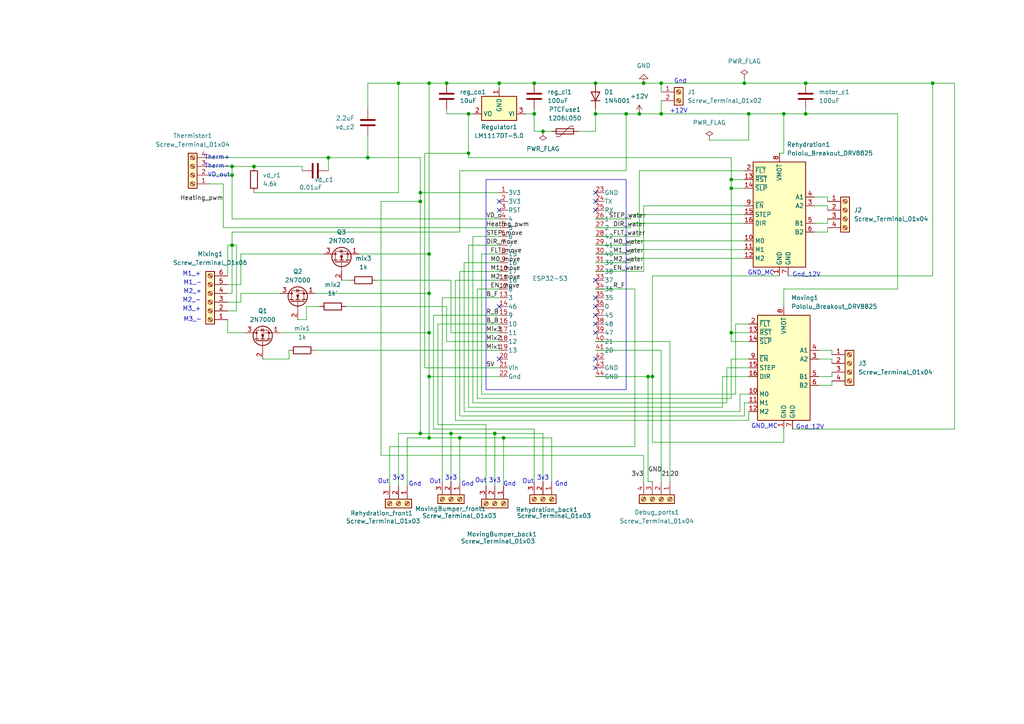
<source format=kicad_sch>
(kicad_sch (version 20250114) (generator "eeschema") (generator_version "9.0")
  (paper "A4")
  (title_block (title "PCB Schematic for Wet-Dry Cycling") (date "2025-05-14") (rev "V2.2"))
  (lib_symbols
    (symbol "Connector:Screw_Terminal_01x02" (pin_names (offset 1.016) (hide yes))
      (property "Reference" "J" (at 0 2.54 0))
      (property "Value" "Screw_Terminal_01x02" (at 0 -5.08 0))
      (symbol "Screw_Terminal_01x02_1_1"
        (rectangle (start -1.27 1.27) (end 1.27 -3.81) (stroke (width 0.254)) (fill (type background)))
        (polyline (pts (xy -0.5334 0.3302) (xy 0.3302 -0.508)) (stroke (width 0.1524)))
        (polyline (pts (xy -0.5334 -2.2098) (xy 0.3302 -3.048)) (stroke (width 0.1524)))
        (polyline (pts (xy -0.3556 0.508) (xy 0.508 -0.3302)) (stroke (width 0.1524)))
        (polyline (pts (xy -0.3556 -2.032) (xy 0.508 -2.8702)) (stroke (width 0.1524)))
        (circle (center 0 0) (radius 0.635) (stroke (width 0.1524)))
        (circle (center 0 -2.54) (radius 0.635) (stroke (width 0.1524)))
        (pin passive line (at -5.08 0 0) (length 3.81) (name "Pin_1") (number "1"))
        (pin passive line (at -5.08 -2.54 0) (length 3.81) (name "Pin_2") (number "2"))
      )
    )
    (symbol "Connector:Screw_Terminal_01x03" (pin_names (offset 1.016) (hide yes))
      (property "Reference" "J" (at 0 5.08 0))
      (property "Value" "Screw_Terminal_01x03" (at 0 -5.08 0))
      (symbol "Screw_Terminal_01x03_1_1"
        (rectangle (start -1.27 3.81) (end 1.27 -3.81) (stroke (width 0.254)) (fill (type background)))
        (polyline (pts (xy -0.5334 2.8702) (xy 0.3302 2.032)) (stroke (width 0.1524)))
        (polyline (pts (xy -0.5334 0.3302) (xy 0.3302 -0.508)) (stroke (width 0.1524)))
        (polyline (pts (xy -0.5334 -2.2098) (xy 0.3302 -3.048)) (stroke (width 0.1524)))
        (polyline (pts (xy -0.3556 3.048) (xy 0.508 2.2098)) (stroke (width 0.1524)))
        (polyline (pts (xy -0.3556 0.508) (xy 0.508 -0.3302)) (stroke (width 0.1524)))
        (polyline (pts (xy -0.3556 -2.032) (xy 0.508 -2.8702)) (stroke (width 0.1524)))
        (circle (center 0 2.54) (radius 0.635) (stroke (width 0.1524)))
        (circle (center 0 0) (radius 0.635) (stroke (width 0.1524)))
        (circle (center 0 -2.54) (radius 0.635) (stroke (width 0.1524)))
        (pin passive line (at -5.08 2.54 0) (length 3.81) (name "Pin_1") (number "1"))
        (pin passive line (at -5.08 0 0) (length 3.81) (name "Pin_2") (number "2"))
        (pin passive line (at -5.08 -2.54 0) (length 3.81) (name "Pin_3") (number "3"))
      )
    )
    (symbol "Connector:Screw_Terminal_01x04" (pin_names (offset 1.016) (hide yes))
      (property "Reference" "J" (at 0 5.08 0))
      (property "Value" "Screw_Terminal_01x04" (at 0 -7.62 0))
      (symbol "Screw_Terminal_01x04_1_1"
        (rectangle (start -1.27 3.81) (end 1.27 -6.35) (stroke (width 0.254)) (fill (type background)))
        (polyline (pts (xy -0.5334 2.8702) (xy 0.3302 2.032)) (stroke (width 0.1524)))
        (polyline (pts (xy -0.5334 0.3302) (xy 0.3302 -0.508)) (stroke (width 0.1524)))
        (polyline (pts (xy -0.5334 -2.2098) (xy 0.3302 -3.048)) (stroke (width 0.1524)))
        (polyline (pts (xy -0.5334 -4.7498) (xy 0.3302 -5.588)) (stroke (width 0.1524)))
        (polyline (pts (xy -0.3556 3.048) (xy 0.508 2.2098)) (stroke (width 0.1524)))
        (polyline (pts (xy -0.3556 0.508) (xy 0.508 -0.3302)) (stroke (width 0.1524)))
        (polyline (pts (xy -0.3556 -2.032) (xy 0.508 -2.8702)) (stroke (width 0.1524)))
        (polyline (pts (xy -0.3556 -4.572) (xy 0.508 -5.4102)) (stroke (width 0.1524)))
        (circle (center 0 2.54) (radius 0.635) (stroke (width 0.1524)))
        (circle (center 0 0) (radius 0.635) (stroke (width 0.1524)))
        (circle (center 0 -2.54) (radius 0.635) (stroke (width 0.1524)))
        (circle (center 0 -5.08) (radius 0.635) (stroke (width 0.1524)))
        (pin passive line (at -5.08 2.54 0) (length 3.81) (name "Pin_1") (number "1"))
        (pin passive line (at -5.08 0 0) (length 3.81) (name "Pin_2") (number "2"))
        (pin passive line (at -5.08 -2.54 0) (length 3.81) (name "Pin_3") (number "3"))
        (pin passive line (at -5.08 -5.08 0) (length 3.81) (name "Pin_4") (number "4"))
      )
    )
    (symbol "Connector:Screw_Terminal_01x06" (pin_names (offset 1.016) (hide yes))
      (property "Reference" "J" (at 0 7.62 0))
      (property "Value" "Screw_Terminal_01x06" (at 0 -10.16 0))
      (symbol "Screw_Terminal_01x06_1_1"
        (rectangle (start -1.27 6.35) (end 1.27 -8.89) (stroke (width 0.254)) (fill (type background)))
        (polyline (pts (xy -0.5334 5.4102) (xy 0.3302 4.572)) (stroke (width 0.1524)))
        (polyline (pts (xy -0.5334 2.8702) (xy 0.3302 2.032)) (stroke (width 0.1524)))
        (polyline (pts (xy -0.5334 0.3302) (xy 0.3302 -0.508)) (stroke (width 0.1524)))
        (polyline (pts (xy -0.5334 -2.2098) (xy 0.3302 -3.048)) (stroke (width 0.1524)))
        (polyline (pts (xy -0.5334 -4.7498) (xy 0.3302 -5.588)) (stroke (width 0.1524)))
        (polyline (pts (xy -0.5334 -7.2898) (xy 0.3302 -8.128)) (stroke (width 0.1524)))
        (polyline (pts (xy -0.3556 5.588) (xy 0.508 4.7498)) (stroke (width 0.1524)))
        (polyline (pts (xy -0.3556 3.048) (xy 0.508 2.2098)) (stroke (width 0.1524)))
        (polyline (pts (xy -0.3556 0.508) (xy 0.508 -0.3302)) (stroke (width 0.1524)))
        (polyline (pts (xy -0.3556 -2.032) (xy 0.508 -2.8702)) (stroke (width 0.1524)))
        (polyline (pts (xy -0.3556 -4.572) (xy 0.508 -5.4102)) (stroke (width 0.1524)))
        (polyline (pts (xy -0.3556 -7.112) (xy 0.508 -7.9502)) (stroke (width 0.1524)))
        (circle (center 0 5.08) (radius 0.635) (stroke (width 0.1524)))
        (circle (center 0 2.54) (radius 0.635) (stroke (width 0.1524)))
        (circle (center 0 0) (radius 0.635) (stroke (width 0.1524)))
        (circle (center 0 -2.54) (radius 0.635) (stroke (width 0.1524)))
        (circle (center 0 -5.08) (radius 0.635) (stroke (width 0.1524)))
        (circle (center 0 -7.62) (radius 0.635) (stroke (width 0.1524)))
        (pin passive line (at -5.08 5.08 0) (length 3.81) (name "Pin_1") (number "1"))
        (pin passive line (at -5.08 2.54 0) (length 3.81) (name "Pin_2") (number "2"))
        (pin passive line (at -5.08 0 0) (length 3.81) (name "Pin_3") (number "3"))
        (pin passive line (at -5.08 -2.54 0) (length 3.81) (name "Pin_4") (number "4"))
        (pin passive line (at -5.08 -5.08 0) (length 3.81) (name "Pin_5") (number "5"))
        (pin passive line (at -5.08 -7.62 0) (length 3.81) (name "Pin_6") (number "6"))
      )
    )
    (symbol "Device:C" (pin_numbers (hide yes)) (pin_names (offset 0.254))
      (property "Reference" "C" (at 0.635 2.54 0))
      (property "Value" "C" (at 0.635 -2.54 0))
      (symbol "C_0_1"
        (polyline (pts (xy -2.032 0.762) (xy 2.032 0.762)) (stroke (width 0.508)))
        (polyline (pts (xy -2.032 -0.762) (xy 2.032 -0.762)) (stroke (width 0.508)))
      )
      (symbol "C_1_1"
        (pin passive line (at 0 3.81 270) (length 2.794) (name "~") (number "1"))
        (pin passive line (at 0 -3.81 90) (length 2.794) (name "~") (number "2"))
      )
    )
    (symbol "Device:Polyfuse" (pin_numbers (hide yes)) (pin_names (offset 0))
      (property "Reference" "F" (at -2.54 0 90))
      (property "Value" "Polyfuse" (at 2.54 0 90))
      (symbol "Polyfuse_0_1"
        (polyline (pts (xy -1.524 2.54) (xy -1.524 1.524) (xy 1.524 -1.524) (xy 1.524 -2.54)))
        (rectangle (start -0.762 2.54) (end 0.762 -2.54) (stroke (width 0.254)))
        (polyline (pts (xy 0 2.54) (xy 0 -2.54)))
      )
      (symbol "Polyfuse_1_1"
        (pin passive line (at 0 3.81 270) (length 1.27) (name "~") (number "1"))
        (pin passive line (at 0 -3.81 90) (length 1.27) (name "~") (number "2"))
      )
    )
    (symbol "Device:R" (pin_numbers (hide yes)) (pin_names (offset 0))
      (property "Reference" "R" (at 2.032 0 90))
      (property "Value" "R" (at 0 0 90))
      (symbol "R_0_1"
        (rectangle (start -1.016 -2.54) (end 1.016 2.54) (stroke (width 0.254)))
      )
      (symbol "R_1_1"
        (pin passive line (at 0 3.81 270) (length 1.27) (name "~") (number "1"))
        (pin passive line (at 0 -3.81 90) (length 1.27) (name "~") (number "2"))
      )
    )
    (symbol "Diode:1N4001" (pin_numbers (hide yes)) (pin_names (hide yes))
      (property "Reference" "D" (at 0 2.54 0))
      (property "Value" "1N4001" (at 0 -2.54 0))
      (symbol "1N4001_0_1"
        (polyline (pts (xy -1.27 1.27) (xy -1.27 -1.27)) (stroke (width 0.254)))
        (polyline (pts (xy 1.27 1.27) (xy 1.27 -1.27) (xy -1.27 0) (xy 1.27 1.27)) (stroke (width 0.254)))
        (polyline (pts (xy 1.27 0) (xy -1.27 0)))
      )
      (symbol "1N4001_1_1"
        (pin passive line (at -3.81 0 0) (length 2.54) (name "K") (number "1"))
        (pin passive line (at 3.81 0 180) (length 2.54) (name "A") (number "2"))
      )
    )
    (symbol "Driver_Motor:Pololu_Breakout_DRV8825"
      (property "Reference" "A" (at -2.54 16.51 0))
      (property "Value" "Pololu_Breakout_DRV8825" (at -2.54 13.97 0))
      (symbol "Pololu_Breakout_DRV8825_0_1"
        (rectangle (start 7.62 -17.78) (end -7.62 12.7) (stroke (width 0.254)) (fill (type background)))
      )
      (symbol "Pololu_Breakout_DRV8825_1_1"
        (pin output line (at -10.16 10.16 0) (length 2.54) (name "~{FLT}") (number "2"))
        (pin input line (at -10.16 7.62 0) (length 2.54) (name "~{RST}") (number "13"))
        (pin input line (at -10.16 5.08 0) (length 2.54) (name "~{SLP}") (number "14"))
        (pin input line (at -10.16 0 0) (length 2.54) (name "~{EN}") (number "9"))
        (pin input line (at -10.16 -2.54 0) (length 2.54) (name "STEP") (number "15"))
        (pin input line (at -10.16 -5.08 0) (length 2.54) (name "DIR") (number "16"))
        (pin input line (at -10.16 -10.16 0) (length 2.54) (name "M0") (number "10"))
        (pin input line (at -10.16 -12.7 0) (length 2.54) (name "M1") (number "11"))
        (pin input line (at -10.16 -15.24 0) (length 2.54) (name "M2") (number "12"))
        (pin power_in line (at 0 15.24 270) (length 2.54) (name "VMOT") (number "8"))
        (pin power_in line (at 0 -20.32 90) (length 2.54) (name "GND") (number "1"))
        (pin power_in line (at 2.54 -20.32 90) (length 2.54) (name "GND") (number "7"))
        (pin output line (at 10.16 2.54 180) (length 2.54) (name "A1") (number "4"))
        (pin output line (at 10.16 0 180) (length 2.54) (name "A2") (number "3"))
        (pin output line (at 10.16 -5.08 180) (length 2.54) (name "B1") (number "5"))
        (pin output line (at 10.16 -7.62 180) (length 2.54) (name "B2") (number "6"))
      )
    )
    (symbol "Regulator_Linear:LM1117DT-5.0"
      (property "Reference" "U" (at -3.81 3.175 0))
      (property "Value" "LM1117DT-5.0" (at 0 3.175 0))
      (symbol "LM1117DT-5.0_0_1"
        (rectangle (start -5.08 -5.08) (end 5.08 1.905) (stroke (width 0.254)) (fill (type background)))
      )
      (symbol "LM1117DT-5.0_1_1"
        (pin power_in line (at -7.62 0 0) (length 2.54) (name "VI") (number "3"))
        (pin power_in line (at 0 -7.62 90) (length 2.54) (name "GND") (number "1"))
        (pin power_out line (at 7.62 0 180) (length 2.54) (name "VO") (number "2"))
      )
    )
    (symbol "Transistor_FET:2N7000" (pin_names (hide yes))
      (property "Reference" "Q" (at 5.08 1.905 0))
      (property "Value" "2N7000" (at 5.08 0 0))
      (symbol "2N7000_0_1"
        (polyline (pts (xy 0.254 1.905) (xy 0.254 -1.905)) (stroke (width 0.254)))
        (polyline (pts (xy 0.254 0) (xy -2.54 0)))
        (polyline (pts (xy 0.762 2.286) (xy 0.762 1.27)) (stroke (width 0.254)))
        (polyline (pts (xy 0.762 0.508) (xy 0.762 -0.508)) (stroke (width 0.254)))
        (polyline (pts (xy 0.762 -1.27) (xy 0.762 -2.286)) (stroke (width 0.254)))
        (polyline (pts (xy 0.762 -1.778) (xy 3.302 -1.778) (xy 3.302 1.778) (xy 0.762 1.778)))
        (polyline (pts (xy 1.016 0) (xy 2.032 0.381) (xy 2.032 -0.381) (xy 1.016 0)) (fill (type outline)))
        (circle (center 1.651 0) (radius 2.794) (stroke (width 0.254)))
        (polyline (pts (xy 2.54 2.54) (xy 2.54 1.778)))
        (circle (center 2.54 1.778) (radius 0.254) (fill (type outline)))
        (circle (center 2.54 -1.778) (radius 0.254) (fill (type outline)))
        (polyline (pts (xy 2.54 -2.54) (xy 2.54 0) (xy 0.762 0)))
        (polyline (pts (xy 2.794 0.508) (xy 2.921 0.381) (xy 3.683 0.381) (xy 3.81 0.254)))
        (polyline (pts (xy 3.302 0.381) (xy 2.921 -0.254) (xy 3.683 -0.254) (xy 3.302 0.381)))
      )
      (symbol "2N7000_1_1"
        (pin input line (at -5.08 0 0) (length 2.54) (name "G") (number "2"))
        (pin passive line (at 2.54 5.08 270) (length 2.54) (name "D") (number "3"))
        (pin passive line (at 2.54 -5.08 90) (length 2.54) (name "S") (number "1"))
      )
    )
    (symbol "power:+12V" (power) (pin_numbers (hide yes)) (pin_names (offset 0) (hide yes))
      (property "Value" "+12V" (at 0 3.556 0))
      (symbol "+12V_0_1"
        (polyline (pts (xy -0.762 1.27) (xy 0 2.54)))
        (polyline (pts (xy 0 2.54) (xy 0.762 1.27)))
        (polyline (pts (xy 0 0) (xy 0 2.54)))
      )
      (symbol "+12V_1_1"
        (pin power_in line (at 0 0 90) (length 0) (name "~") (number "1"))
      )
    )
    (symbol "power:GND" (power) (pin_numbers (hide yes)) (pin_names (offset 0) (hide yes))
      (property "Value" "GND" (at 0 -3.81 0))
      (symbol "GND_0_1"
        (polyline (pts (xy 0 0) (xy 0 -1.27) (xy 1.27 -1.27) (xy 0 -2.54) (xy -1.27 -1.27) (xy 0 -1.27)))
      )
      (symbol "GND_1_1"
        (pin power_in line (at 0 0 270) (length 0) (name "~") (number "1"))
      )
    )
    (symbol "power:PWR_FLAG" (power) (pin_numbers (hide yes)) (pin_names (offset 0) (hide yes))
      (property "Value" "PWR_FLAG" (at 0 3.81 0))
      (symbol "PWR_FLAG_0_0"
        (pin power_out line (at 0 0 90) (length 0) (name "~") (number "1"))
      )
      (symbol "PWR_FLAG_0_1"
        (polyline (pts (xy 0 0) (xy 0 1.27) (xy -1.016 1.905) (xy 0 2.54) (xy 1.016 1.905) (xy 0 1.27)))
      )
    )
    (symbol "symbol_libraru:ESP32-S3_DevKitC_dual_header" (pin_names (offset 0.0645))
      (property "Reference" "U" (at 0 0 0))
      (symbol "ESP32-S3_DevKitC_dual_header_1_0"
        (pin bidirectional line (at 0 -5.08 0) (length 2.54) (name "RST") (number "3"))
        (pin bidirectional line (at 0 -7.62 0) (length 2.54) (name "4") (number "4"))
        (pin bidirectional line (at 0 -10.16 0) (length 2.54) (name "5") (number "5"))
        (pin bidirectional line (at 0 -12.7 0) (length 2.54) (name "6") (number "6"))
        (pin bidirectional line (at 0 -15.24 0) (length 2.54) (name "7") (number "7"))
        (pin bidirectional line (at 0 -17.78 0) (length 2.54) (name "15") (number "8"))
        (pin bidirectional line (at 0 -20.32 0) (length 2.54) (name "16") (number "9"))
        (pin bidirectional line (at 0 -22.86 0) (length 2.54) (name "17") (number "10"))
        (pin bidirectional line (at 0 -25.4 0) (length 2.54) (name "18") (number "11"))
        (pin bidirectional line (at 0 -27.94 0) (length 2.54) (name "8") (number "12"))
        (pin bidirectional line (at 0 -30.48 0) (length 2.54) (name "3") (number "13"))
        (pin bidirectional line (at 0 -33.02 0) (length 2.54) (name "46") (number "14"))
        (pin bidirectional line (at 0 -35.56 0) (length 2.54) (name "9") (number "15"))
        (pin bidirectional line (at 0 -38.1 0) (length 2.54) (name "10") (number "16"))
        (pin bidirectional line (at 0 -40.64 0) (length 2.54) (name "11") (number "17"))
        (pin bidirectional line (at 0 -43.18 0) (length 2.54) (name "12") (number "18"))
        (pin bidirectional line (at 0 -45.72 0) (length 2.54) (name "13") (number "19"))
        (pin bidirectional line (at 0 -48.26 0) (length 2.54) (name "") (number "20"))
        (pin bidirectional line (at 0 -50.8 0) (length 2.54) (name "Vin") (number "21"))
        (pin bidirectional line (at 0 -53.34 0) (length 2.54) (name "Gnd") (number "22"))
        (pin bidirectional line (at 27.94 0 0) (length 2.54) (name "GND") (number "23"))
        (pin bidirectional line (at 27.94 -2.54 0) (length 2.54) (name "TX") (number "24"))
        (pin bidirectional line (at 27.94 -5.08 0) (length 2.54) (name "RX") (number "25"))
        (pin bidirectional line (at 27.94 -7.62 0) (length 2.54) (name "1") (number "26"))
        (pin bidirectional line (at 27.94 -10.16 0) (length 2.54) (name "2") (number "27"))
        (pin bidirectional line (at 27.94 -12.7 0) (length 2.54) (name "42") (number "28"))
        (pin bidirectional line (at 27.94 -15.24 0) (length 2.54) (name "41") (number "29"))
        (pin bidirectional line (at 27.94 -17.78 0) (length 2.54) (name "40") (number "30"))
        (pin bidirectional line (at 27.94 -20.32 0) (length 2.54) (name "39") (number "31"))
        (pin bidirectional line (at 27.94 -22.86 0) (length 2.54) (name "38") (number "32"))
        (pin bidirectional line (at 27.94 -25.4 0) (length 2.54) (name "37") (number "33"))
        (pin bidirectional line (at 27.94 -27.94 0) (length 2.54) (name "36") (number "34"))
        (pin bidirectional line (at 27.94 -30.48 0) (length 2.54) (name "35") (number "35"))
        (pin bidirectional line (at 27.94 -33.02 0) (length 2.54) (name "0") (number "36"))
        (pin bidirectional line (at 27.94 -35.56 0) (length 2.54) (name "45") (number "37"))
        (pin bidirectional line (at 27.94 -38.1 0) (length 2.54) (name "48") (number "38"))
        (pin bidirectional line (at 27.94 -40.64 0) (length 2.54) (name "47") (number "39"))
        (pin bidirectional line (at 27.94 -43.18 0) (length 2.54) (name "21") (number "40"))
        (pin bidirectional line (at 27.94 -45.72 0) (length 2.54) (name "20") (number "41"))
        (pin bidirectional line (at 27.94 -48.26 0) (length 2.54) (name "") (number "42"))
        (pin bidirectional line (at 27.94 -50.8 0) (length 2.54) (name "GND") (number "43"))
        (pin bidirectional line (at 27.94 -53.34 0) (length 2.54) (name "GND") (number "44"))
      )
      (symbol "ESP32-S3_DevKitC_dual_header_1_1"
        (pin bidirectional line (at 0 0 0) (length 2.54) (name "3V3") (number "1"))
        (pin bidirectional line (at 0 -2.54 0) (length 2.54) (name "3V3") (number "2"))
      )
    )
  )
  (rectangle (start 140.97 52.07) (end 140.97 52.07))
  (rectangle (start 140.97 52.07) (end 181.61 113.03))
  (text "Out" (at 139.446 139.446 0) (effects (font (size 1.27 1.27))))
  (text "3v3" (at 115.57 138.684 0) (effects (font (size 1.27 1.27))))
  (text "M2_-" (at 55.626 87.122 0) (effects (font (size 1.27 1.27))))
  (text "Gnd_12V" (at 233.934 79.756 0) (effects (font (size 1.27 1.27))))
  (text "Gnd" (at 147.828 140.462 0) (effects (font (size 1.27 1.27))))
  (text "Gnd" (at 120.396 140.462 0) (effects (font (size 1.27 1.27))))
  (text "Therm-" (at 62.992 48.26 0) (effects (font (size 1.27 1.27))))
  (text "Out" (at 111.252 139.7 0) (effects (font (size 1.27 1.27))))
  (text "+12V" (at 196.85 32.258 0) (effects (font (size 1.27 1.27))))
  (text "GND_MC" (at 221.742 123.698 0) (effects (font (size 1.27 1.27))))
  (text "M1_+" (at 55.626 79.502 0) (effects (font (size 1.27 1.27))))
  (text "GND_MC" (at 220.726 79.248 0) (effects (font (size 1.27 1.27))))
  (text "3v3" (at 157.48 138.684 0) (effects (font (size 1.27 1.27))))
  (text "Out" (at 153.162 139.7 0) (effects (font (size 1.27 1.27))))
  (text "Gnd" (at 197.358 23.622 0) (effects (font (size 1.27 1.27))))
  (text "M2_+" (at 55.88 84.582 0) (effects (font (size 1.27 1.27))))
  (text "M1_-" (at 55.88 82.042 0) (effects (font (size 1.27 1.27))))
  (text "Out" (at 126.238 139.7 0) (effects (font (size 1.27 1.27))))
  (text "M3_-" (at 55.88 92.71 0) (effects (font (size 1.27 1.27))))
  (text "3v3" (at 143.51 139.446 0) (effects (font (size 1.27 1.27))))
  (text "M3_+" (at 55.626 89.662 0) (effects (font (size 1.27 1.27))))
  (text "Gnd" (at 162.814 140.462 0) (effects (font (size 1.27 1.27))))
  (text "Therm+" (at 62.992 45.72 0) (effects (font (size 1.27 1.27))))
  (text "Gnd" (at 135.636 140.462 0) (effects (font (size 1.27 1.27))))
  (text "Gnd_12V" (at 234.95 123.952 0) (effects (font (size 1.27 1.27))))
  (text "VD_out" (at 63.5 50.8 0) (effects (font (size 1.27 1.27))))
  (text "3v3" (at 130.81 138.684 0) (effects (font (size 1.27 1.27))))
  (junction (at 146.05 127))
  (junction (at 135.89 44.45))
  (junction (at 129.54 24.13))
  (junction (at 124.46 85.09))
  (junction (at 186.69 24.13))
  (junction (at 67.31 71.12))
  (junction (at 67.31 48.26))
  (junction (at 133.35 127))
  (junction (at 124.46 127))
  (junction (at 124.46 24.13))
  (junction (at 185.42 33.02))
  (junction (at 172.72 24.13))
  (junction (at 154.94 33.02))
  (junction (at 154.94 24.13))
  (junction (at 217.17 33.02))
  (junction (at 181.61 33.02))
  (junction (at 67.31 50.8))
  (junction (at 73.66 48.26))
  (junction (at 115.57 24.13))
  (junction (at 121.92 58.42))
  (junction (at 124.46 109.22))
  (junction (at 233.68 24.13))
  (junction (at 189.23 109.22))
  (junction (at 212.09 52.07))
  (junction (at 191.77 33.02))
  (junction (at 233.68 33.02))
  (junction (at 215.9 24.13))
  (junction (at 187.96 109.22))
  (junction (at 157.48 38.1))
  (junction (at 130.81 125.73))
  (junction (at 172.72 33.02))
  (junction (at 191.77 24.13))
  (junction (at 143.51 125.73))
  (junction (at 95.25 45.72))
  (junction (at 270.51 24.13))
  (junction (at 121.92 125.73))
  (junction (at 121.92 55.88))
  (junction (at 124.46 73.66))
  (junction (at 106.68 45.72))
  (junction (at 135.89 33.02))
  (junction (at 212.09 96.52))
  (junction (at 212.09 54.61))
  (junction (at 227.33 33.02))
  (junction (at 144.78 24.13))
  (junction (at 124.46 96.52))
  (no_connect (at 172.72 86.36))
  (no_connect (at 144.78 60.96))
  (no_connect (at 172.72 88.9))
  (no_connect (at 172.72 55.88))
  (no_connect (at 144.78 58.42))
  (no_connect (at 172.72 58.42))
  (no_connect (at 172.72 106.68))
  (no_connect (at 144.78 104.14))
  (no_connect (at 172.72 60.96))
  (no_connect (at 144.78 88.9))
  (no_connect (at 172.72 96.52))
  (no_connect (at 172.72 93.98))
  (no_connect (at 172.72 81.28))
  (no_connect (at 172.72 91.44))
  (no_connect (at 172.72 104.14))
  (wire (pts (xy 172.72 66.04) (xy 182.88 66.04)))
  (wire (pts (xy 115.57 140.97) (xy 115.57 125.73)))
  (wire (pts (xy 73.66 48.26) (xy 87.63 48.26)))
  (wire (pts (xy 125.73 124.46) (xy 125.73 91.44)))
  (wire (pts (xy 217.17 104.14) (xy 212.09 104.14)))
  (wire (pts (xy 123.19 106.68) (xy 123.19 44.45)))
  (wire (pts (xy 67.31 67.31) (xy 133.35 67.31)))
  (wire (pts (xy 217.17 40.64) (xy 217.17 33.02)))
  (wire (pts (xy 129.54 24.13) (xy 144.78 24.13)))
  (wire (pts (xy 146.05 127) (xy 160.02 127)))
  (wire (pts (xy 67.31 71.12) (xy 67.31 67.31)))
  (wire (pts (xy 124.46 127) (xy 124.46 109.22)))
  (wire (pts (xy 154.94 139.7) (xy 154.94 124.46)))
  (wire (pts (xy 215.9 116.84) (xy 215.9 120.65)))
  (wire (pts (xy 157.48 38.1) (xy 160.02 38.1)))
  (wire (pts (xy 240.03 57.15) (xy 240.03 58.42)))
  (wire (pts (xy 60.96 53.34) (xy 64.77 53.34)))
  (wire (pts (xy 209.55 109.22) (xy 209.55 118.11)))
  (wire (pts (xy 210.82 116.84) (xy 137.16 116.84)))
  (wire (pts (xy 185.42 33.02) (xy 191.77 33.02)))
  (wire (pts (xy 229.87 124.46) (xy 276.86 124.46)))
  (wire (pts (xy 215.9 59.69) (xy 186.69 59.69)))
  (wire (pts (xy 270.51 24.13) (xy 270.51 80.01)))
  (wire (pts (xy 186.69 24.13) (xy 191.77 24.13)))
  (wire (pts (xy 129.54 88.9) (xy 129.54 99.06)))
  (wire (pts (xy 143.51 140.97) (xy 143.51 125.73)))
  (wire (pts (xy 184.15 83.82) (xy 184.15 129.54)))
  (wire (pts (xy 182.88 73.66) (xy 182.88 72.39)))
  (wire (pts (xy 130.81 81.28) (xy 130.81 96.52)))
  (wire (pts (xy 113.03 140.97) (xy 113.03 129.54)))
  (wire (pts (xy 172.72 24.13) (xy 186.69 24.13)))
  (wire (pts (xy 217.17 121.92) (xy 132.08 121.92)))
  (wire (pts (xy 241.3 111.76) (xy 241.3 110.49)))
  (wire (pts (xy 69.85 85.09) (xy 69.85 87.63)))
  (wire (pts (xy 139.7 73.66) (xy 139.7 114.3)))
  (wire (pts (xy 91.44 101.6) (xy 144.78 101.6)))
  (wire (pts (xy 144.78 63.5) (xy 67.31 63.5)))
  (wire (pts (xy 143.51 125.73) (xy 130.81 125.73)))
  (wire (pts (xy 217.17 116.84) (xy 215.9 116.84)))
  (wire (pts (xy 83.82 104.14) (xy 83.82 101.6)))
  (wire (pts (xy 215.9 54.61) (xy 212.09 54.61)))
  (wire (pts (xy 100.33 88.9) (xy 129.54 88.9)))
  (wire (pts (xy 67.31 48.26) (xy 67.31 50.8)))
  (wire (pts (xy 109.22 81.28) (xy 130.81 81.28)))
  (wire (pts (xy 186.69 132.08) (xy 110.49 132.08)))
  (wire (pts (xy 227.33 33.02) (xy 217.17 33.02)))
  (wire (pts (xy 241.3 101.6) (xy 241.3 102.87)))
  (wire (pts (xy 215.9 52.07) (xy 212.09 52.07)))
  (wire (pts (xy 214.63 119.38) (xy 134.62 119.38)))
  (wire (pts (xy 182.88 66.04) (xy 182.88 64.77)))
  (wire (pts (xy 115.57 125.73) (xy 121.92 125.73)))
  (wire (pts (xy 64.77 66.04) (xy 144.78 66.04)))
  (wire (pts (xy 215.9 49.53) (xy 185.42 49.53)))
  (wire (pts (xy 133.35 139.7) (xy 133.35 127)))
  (wire (pts (xy 135.89 118.11) (xy 135.89 71.12)))
  (wire (pts (xy 60.96 48.26) (xy 67.31 48.26)))
  (wire (pts (xy 133.35 49.53) (xy 181.61 49.53)))
  (wire (pts (xy 129.54 33.02) (xy 135.89 33.02)))
  (wire (pts (xy 67.31 48.26) (xy 73.66 48.26)))
  (wire (pts (xy 241.3 104.14) (xy 241.3 105.41)))
  (wire (pts (xy 81.28 96.52) (xy 124.46 96.52)))
  (wire (pts (xy 137.16 116.84) (xy 137.16 68.58)))
  (wire (pts (xy 217.17 99.06) (xy 212.09 99.06)))
  (wire (pts (xy 106.68 39.37) (xy 106.68 45.72)))
  (wire (pts (xy 182.88 71.12) (xy 182.88 69.85)))
  (wire (pts (xy 185.42 49.53) (xy 185.42 68.58)))
  (wire (pts (xy 191.77 101.6) (xy 191.77 139.7)))
  (wire (pts (xy 172.72 71.12) (xy 182.88 71.12)))
  (wire (pts (xy 205.74 40.64) (xy 217.17 40.64)))
  (wire (pts (xy 69.85 82.55) (xy 69.85 73.66)))
  (wire (pts (xy 215.9 72.39) (xy 182.88 72.39)))
  (wire (pts (xy 64.77 53.34) (xy 64.77 66.04)))
  (wire (pts (xy 132.08 81.28) (xy 144.78 81.28)))
  (wire (pts (xy 140.97 140.97) (xy 140.97 123.19)))
  (wire (pts (xy 167.64 38.1) (xy 172.72 38.1)))
  (wire (pts (xy 66.04 85.09) (xy 67.31 85.09)))
  (wire (pts (xy 236.22 67.31) (xy 240.03 67.31)))
  (wire (pts (xy 182.88 76.2) (xy 182.88 74.93)))
  (wire (pts (xy 128.27 86.36) (xy 128.27 139.7)))
  (wire (pts (xy 186.69 139.7) (xy 186.69 132.08)))
  (wire (pts (xy 139.7 73.66) (xy 144.78 73.66)))
  (wire (pts (xy 154.94 24.13) (xy 172.72 24.13)))
  (wire (pts (xy 66.04 71.12) (xy 66.04 80.01)))
  (wire (pts (xy 157.48 125.73) (xy 143.51 125.73)))
  (wire (pts (xy 110.49 132.08) (xy 110.49 58.42)))
  (wire (pts (xy 154.94 124.46) (xy 125.73 124.46)))
  (wire (pts (xy 127 93.98) (xy 144.78 93.98)))
  (wire (pts (xy 189.23 80.01) (xy 189.23 109.22)))
  (wire (pts (xy 130.81 139.7) (xy 130.81 125.73)))
  (wire (pts (xy 129.54 31.75) (xy 129.54 33.02)))
  (wire (pts (xy 124.46 85.09) (xy 124.46 96.52)))
  (wire (pts (xy 115.57 55.88) (xy 115.57 24.13)))
  (wire (pts (xy 187.96 109.22) (xy 189.23 109.22)))
  (wire (pts (xy 124.46 24.13) (xy 124.46 73.66)))
  (wire (pts (xy 130.81 125.73) (xy 121.92 125.73)))
  (wire (pts (xy 227.33 128.27) (xy 189.23 128.27)))
  (wire (pts (xy 123.19 44.45) (xy 135.89 44.45)))
  (wire (pts (xy 226.06 80.01) (xy 189.23 80.01)))
  (wire (pts (xy 60.96 50.8) (xy 67.31 50.8)))
  (wire (pts (xy 121.92 45.72) (xy 121.92 55.88)))
  (wire (pts (xy 212.09 96.52) (xy 212.09 99.06)))
  (wire (pts (xy 212.09 115.57) (xy 138.43 115.57)))
  (wire (pts (xy 172.72 38.1) (xy 172.72 33.02)))
  (wire (pts (xy 138.43 83.82) (xy 144.78 83.82)))
  (wire (pts (xy 88.9 88.9) (xy 88.9 92.71)))
  (wire (pts (xy 212.09 54.61) (xy 212.09 96.52)))
  (wire (pts (xy 92.71 88.9) (xy 88.9 88.9)))
  (wire (pts (xy 99.06 81.28) (xy 101.6 81.28)))
  (wire (pts (xy 66.04 90.17) (xy 68.58 90.17)))
  (wire (pts (xy 66.04 82.55) (xy 69.85 82.55)))
  (wire (pts (xy 60.96 45.72) (xy 95.25 45.72)))
  (wire (pts (xy 210.82 106.68) (xy 210.82 116.84)))
  (wire (pts (xy 146.05 140.97) (xy 146.05 127)))
  (wire (pts (xy 124.46 109.22) (xy 144.78 109.22)))
  (wire (pts (xy 172.72 33.02) (xy 181.61 33.02)))
  (wire (pts (xy 237.49 101.6) (xy 241.3 101.6)))
  (wire (pts (xy 81.28 85.09) (xy 69.85 85.09)))
  (wire (pts (xy 227.33 83.82) (xy 260.35 83.82)))
  (wire (pts (xy 212.09 45.72) (xy 212.09 52.07)))
  (wire (pts (xy 66.04 92.71) (xy 66.04 96.52)))
  (wire (pts (xy 67.31 85.09) (xy 67.31 71.12)))
  (wire (pts (xy 213.36 93.98) (xy 217.17 93.98)))
  (wire (pts (xy 217.17 114.3) (xy 214.63 114.3)))
  (wire (pts (xy 132.08 81.28) (xy 132.08 121.92)))
  (wire (pts (xy 237.49 111.76) (xy 241.3 111.76)))
  (wire (pts (xy 135.89 44.45) (xy 135.89 45.72)))
  (wire (pts (xy 69.85 87.63) (xy 66.04 87.63)))
  (wire (pts (xy 121.92 55.88) (xy 144.78 55.88)))
  (wire (pts (xy 182.88 64.77) (xy 215.9 64.77)))
  (wire (pts (xy 115.57 24.13) (xy 124.46 24.13)))
  (wire (pts (xy 137.16 68.58) (xy 144.78 68.58)))
  (wire (pts (xy 187.96 109.22) (xy 187.96 139.7)))
  (wire (pts (xy 182.88 63.5) (xy 182.88 62.23)))
  (wire (pts (xy 127 123.19) (xy 140.97 123.19)))
  (wire (pts (xy 172.72 68.58) (xy 185.42 68.58)))
  (wire (pts (xy 217.17 33.02) (xy 191.77 33.02)))
  (wire (pts (xy 95.25 45.72) (xy 106.68 45.72)))
  (wire (pts (xy 227.33 33.02) (xy 227.33 44.45)))
  (wire (pts (xy 144.78 25.4) (xy 144.78 24.13)))
  (wire (pts (xy 68.58 71.12) (xy 68.58 90.17)))
  (wire (pts (xy 128.27 86.36) (xy 144.78 86.36)))
  (wire (pts (xy 118.11 127) (xy 124.46 127)))
  (wire (pts (xy 87.63 48.26) (xy 87.63 49.53)))
  (wire (pts (xy 276.86 124.46) (xy 276.86 24.13)))
  (wire (pts (xy 172.72 31.75) (xy 172.72 33.02)))
  (wire (pts (xy 106.68 45.72) (xy 121.92 45.72)))
  (wire (pts (xy 95.25 45.72) (xy 95.25 49.53)))
  (wire (pts (xy 88.9 92.71) (xy 86.36 92.71)))
  (wire (pts (xy 270.51 24.13) (xy 276.86 24.13)))
  (wire (pts (xy 214.63 114.3) (xy 214.63 119.38)))
  (wire (pts (xy 172.72 73.66) (xy 182.88 73.66)))
  (wire (pts (xy 106.68 24.13) (xy 115.57 24.13)))
  (wire (pts (xy 227.33 88.9) (xy 227.33 83.82)))
  (wire (pts (xy 187.96 139.7) (xy 189.23 139.7)))
  (wire (pts (xy 133.35 78.74) (xy 144.78 78.74)))
  (wire (pts (xy 191.77 33.02) (xy 191.77 29.21)))
  (wire (pts (xy 260.35 83.82) (xy 260.35 33.02)))
  (wire (pts (xy 215.9 69.85) (xy 182.88 69.85)))
  (wire (pts (xy 135.89 118.11) (xy 209.55 118.11)))
  (wire (pts (xy 124.46 96.52) (xy 124.46 109.22)))
  (wire (pts (xy 139.7 114.3) (xy 213.36 114.3)))
  (wire (pts (xy 121.92 58.42) (xy 121.92 125.73)))
  (wire (pts (xy 215.9 120.65) (xy 133.35 120.65)))
  (wire (pts (xy 213.36 114.3) (xy 213.36 93.98)))
  (wire (pts (xy 186.69 59.69) (xy 186.69 78.74)))
  (wire (pts (xy 154.94 31.75) (xy 154.94 33.02)))
  (wire (pts (xy 127 123.19) (xy 127 93.98)))
  (wire (pts (xy 217.17 109.22) (xy 209.55 109.22)))
  (wire (pts (xy 215.9 62.23) (xy 182.88 62.23)))
  (wire (pts (xy 172.72 101.6) (xy 191.77 101.6)))
  (wire (pts (xy 67.31 71.12) (xy 68.58 71.12)))
  (wire (pts (xy 191.77 24.13) (xy 191.77 26.67)))
  (wire (pts (xy 135.89 33.02) (xy 135.89 44.45)))
  (wire (pts (xy 66.04 71.12) (xy 67.31 71.12)))
  (wire (pts (xy 135.89 33.02) (xy 137.16 33.02)))
  (wire (pts (xy 240.03 64.77) (xy 240.03 63.5)))
  (wire (pts (xy 236.22 59.69) (xy 240.03 59.69)))
  (wire (pts (xy 121.92 55.88) (xy 121.92 58.42)))
  (wire (pts (xy 212.09 52.07) (xy 212.09 54.61)))
  (wire (pts (xy 133.35 127) (xy 146.05 127)))
  (wire (pts (xy 104.14 73.66) (xy 124.46 73.66)))
  (wire (pts (xy 76.2 104.14) (xy 83.82 104.14)))
  (wire (pts (xy 172.72 63.5) (xy 182.88 63.5)))
  (wire (pts (xy 240.03 59.69) (xy 240.03 60.96)))
  (wire (pts (xy 217.17 119.38) (xy 217.17 121.92)))
  (wire (pts (xy 129.54 99.06) (xy 144.78 99.06)))
  (wire (pts (xy 240.03 67.31) (xy 240.03 66.04)))
  (wire (pts (xy 191.77 24.13) (xy 215.9 24.13)))
  (wire (pts (xy 227.33 124.46) (xy 227.33 128.27)))
  (wire (pts (xy 172.72 78.74) (xy 186.69 78.74)))
  (wire (pts (xy 118.11 140.97) (xy 118.11 127)))
  (wire (pts (xy 134.62 76.2) (xy 144.78 76.2)))
  (wire (pts (xy 154.94 38.1) (xy 157.48 38.1)))
  (wire (pts (xy 189.23 109.22) (xy 189.23 128.27)))
  (wire (pts (xy 73.66 55.88) (xy 115.57 55.88)))
  (wire (pts (xy 67.31 63.5) (xy 67.31 50.8)))
  (wire (pts (xy 233.68 31.75) (xy 233.68 33.02)))
  (wire (pts (xy 181.61 33.02) (xy 185.42 33.02)))
  (wire (pts (xy 260.35 33.02) (xy 233.68 33.02)))
  (wire (pts (xy 236.22 57.15) (xy 240.03 57.15)))
  (wire (pts (xy 184.15 83.82) (xy 172.72 83.82)))
  (wire (pts (xy 123.19 106.68) (xy 144.78 106.68)))
  (wire (pts (xy 124.46 24.13) (xy 129.54 24.13)))
  (wire (pts (xy 236.22 64.77) (xy 240.03 64.77)))
  (wire (pts (xy 227.33 44.45) (xy 226.06 44.45)))
  (wire (pts (xy 217.17 106.68) (xy 210.82 106.68)))
  (wire (pts (xy 237.49 109.22) (xy 241.3 109.22)))
  (wire (pts (xy 135.89 71.12) (xy 144.78 71.12)))
  (wire (pts (xy 91.44 85.09) (xy 124.46 85.09)))
  (wire (pts (xy 144.78 24.13) (xy 154.94 24.13)))
  (wire (pts (xy 181.61 49.53) (xy 181.61 33.02)))
  (wire (pts (xy 233.68 24.13) (xy 270.51 24.13)))
  (wire (pts (xy 215.9 22.86) (xy 215.9 24.13)))
  (wire (pts (xy 110.49 58.42) (xy 121.92 58.42)))
  (wire (pts (xy 138.43 115.57) (xy 138.43 83.82)))
  (wire (pts (xy 217.17 96.52) (xy 212.09 96.52)))
  (wire (pts (xy 154.94 38.1) (xy 154.94 33.02)))
  (wire (pts (xy 69.85 73.66) (xy 93.98 73.66)))
  (wire (pts (xy 106.68 31.75) (xy 106.68 24.13)))
  (wire (pts (xy 124.46 73.66) (xy 124.46 85.09)))
  (wire (pts (xy 113.03 129.54) (xy 184.15 129.54)))
  (wire (pts (xy 135.89 45.72) (xy 212.09 45.72)))
  (wire (pts (xy 172.72 76.2) (xy 182.88 76.2)))
  (wire (pts (xy 215.9 24.13) (xy 233.68 24.13)))
  (wire (pts (xy 133.35 78.74) (xy 133.35 120.65)))
  (wire (pts (xy 194.31 99.06) (xy 194.31 139.7)))
  (wire (pts (xy 241.3 109.22) (xy 241.3 107.95)))
  (wire (pts (xy 71.12 96.52) (xy 66.04 96.52)))
  (wire (pts (xy 172.72 99.06) (xy 194.31 99.06)))
  (wire (pts (xy 233.68 33.02) (xy 227.33 33.02)))
  (wire (pts (xy 125.73 91.44) (xy 144.78 91.44)))
  (wire (pts (xy 215.9 74.93) (xy 182.88 74.93)))
  (wire (pts (xy 160.02 139.7) (xy 160.02 127)))
  (wire (pts (xy 172.72 109.22) (xy 187.96 109.22)))
  (wire (pts (xy 130.81 96.52) (xy 144.78 96.52)))
  (wire (pts (xy 134.62 76.2) (xy 134.62 119.38)))
  (wire (pts (xy 212.09 104.14) (xy 212.09 115.57)))
  (wire (pts (xy 124.46 127) (xy 133.35 127)))
  (wire (pts (xy 228.6 80.01) (xy 270.51 80.01)))
  (wire (pts (xy 237.49 104.14) (xy 241.3 104.14)))
  (wire (pts (xy 152.4 33.02) (xy 154.94 33.02)))
  (wire (pts (xy 157.48 139.7) (xy 157.48 125.73)))
  (wire (pts (xy 133.35 67.31) (xy 133.35 49.53)))
  (label "M2_water" (at 177.8 76.2 0))
  (label "M0_water" (at 177.8 71.12 0))
  (label "Mix2" (at 140.97 99.06 0))
  (label "B_F" (at 140.97 86.36 0))
  (label "STEP_water" (at 176.53 63.5 0))
  (label "Mix1" (at 140.97 101.6 0))
  (label "DIR_move" (at 140.97 71.12 0))
  (label "Mix3" (at 140.97 96.52 0))
  (label "M1_move" (at 142.24 78.74 0))
  (label "Heating_pwm" (at 64.77 58.42 180))
  (label "R_F" (at 177.8 83.82 0))
  (label "M0_move" (at 142.24 76.2 0))
  (label "GND" (at 187.96 137.16 0))
  (label "20" (at 194.31 138.43 0))
  (label "Heating_pwm" (at 140.97 66.04 0))
  (label "5V" (at 140.97 106.68 0))
  (label "DIR_water" (at 177.8 66.04 0))
  (label "VD_o" (at 140.97 63.5 0))
  (label "EN_move" (at 142.24 83.82 0))
  (label "R_B" (at 140.97 91.44 0))
  (label "M2_move" (at 142.24 81.28 0))
  (label "B_B" (at 140.97 93.98 0))
  (label "FLT_water" (at 177.8 68.58 0))
  (label "EN_water" (at 177.8 78.74 0))
  (label "FLT_move" (at 142.24 73.66 0))
  (label "M1_water" (at 177.8 73.66 0))
  (label "21" (at 191.77 138.43 0))
  (label "STEP_move" (at 140.97 68.58 0))
  (label "3v3" (at 186.69 138.43 180))
  (symbol (lib_id "power:GND") (at 186.69 24.13 180) (unit 1)
    (property "Reference" "#PWR02" (effects (hide yes)))
    (property "Value" "GND" (at 186.69 19.05 0))
    (property "Description" "Power symbol creates a global label with name \"GND\" , ground" (effects (hide yes)))
  )
  (symbol (lib_id "Connector:Screw_Terminal_01x03") (at 130.81 144.78 270) (unit 1)
    (property "Reference" "MovingBumper_front1" (at 120.396 147.574 90) (effects (justify left)))
    (property "Value" "Screw_Terminal_01x03" (at 122.428 149.606 90) (effects (justify left)))
    (property "Footprint" "TerminalBlock:TerminalBlock_MaiXu_MX126-5.0-03P_1x03_P5.00mm" (effects (hide yes)))
    (property "Description" "Generic screw terminal, single row, 01x03, script generated (kicad-library-utils/schlib/autogen/connector/)" (effects (hide yes)))
  )
  (symbol (lib_id "Connector:Screw_Terminal_01x03") (at 115.57 146.05 270) (unit 1)
    (property "Reference" "Rehydration_front1" (at 101.6 148.844 90) (effects (justify left)))
    (property "Value" "Screw_Terminal_01x03" (at 100.33 151.13 90) (effects (justify left)))
    (property "Footprint" "TerminalBlock:TerminalBlock_MaiXu_MX126-5.0-03P_1x03_P5.00mm" (effects (hide yes)))
    (property "Description" "Generic screw terminal, single row, 01x03, script generated (kicad-library-utils/schlib/autogen/connector/)" (effects (hide yes)))
  )
  (symbol (lib_id "Transistor_FET:2N7000") (at 86.36 87.63 90) (unit 1)
    (property "Reference" "Q2" (at 86.36 78.74 90))
    (property "Value" "2N7000" (at 86.36 81.28 90))
    (property "Footprint" "Package_TO_SOT_THT:TO-92_Inline" (effects (hide yes)))
    (property "Datasheet" "https://www.vishay.com/docs/70226/70226.pdf" (effects (hide yes)))
    (property "Description" "0.2A Id, 200V Vds, N-Channel MOSFET, 2.6V Logic Level, TO-92" (effects (hide yes)))
  )
  (symbol (lib_id "power:+12V") (at 185.42 33.02 0) (unit 1)
    (property "Reference" "#PWR01" (effects (hide yes)))
    (property "Value" "+12V" (at 185.42 27.94 0))
    (property "Description" "Power symbol creates a global label with name \"+12V\"" (effects (hide yes)))
  )
  (symbol (lib_id "Device:R") (at 87.63 101.6 270) (unit 1)
    (property "Reference" "mix1" (at 87.63 95.25 90))
    (property "Value" "1k" (at 87.63 97.79 90))
    (property "Footprint" "Resistor_SMD:R_0805_2012Metric_Pad1.20x1.40mm_HandSolder" (effects (hide yes)))
    (property "Description" "Resistor" (effects (hide yes)))
  )
  (symbol (lib_id "Connector:Screw_Terminal_01x03") (at 157.48 144.78 270) (unit 1)
    (property "Reference" "Rehydration_back1" (at 149.606 147.828 90) (effects (justify left)))
    (property "Value" "Screw_Terminal_01x03" (at 149.86 149.606 90) (effects (justify left)))
    (property "Footprint" "TerminalBlock:TerminalBlock_MaiXu_MX126-5.0-03P_1x03_P5.00mm" (effects (hide yes)))
    (property "Description" "Generic screw terminal, single row, 01x03, script generated (kicad-library-utils/schlib/autogen/connector/)" (effects (hide yes)))
  )
  (symbol (lib_id "Regulator_Linear:LM1117DT-5.0") (at 144.78 33.02 180) (unit 1)
    (property "Reference" "Regulator1" (at 144.78 36.83 0))
    (property "Value" "LM1117DT-5.0" (at 144.78 39.37 0))
    (property "Footprint" "Package_TO_SOT_SMD:TO-252-3_TabPin2" (effects (hide yes)))
    (property "Datasheet" "http://www.ti.com/lit/ds/symlink/lm1117.pdf" (effects (hide yes)))
    (property "Description" "800mA Low-Dropout Linear Regulator, 5.0V fixed output, TO-252" (effects (hide yes)))
  )
  (symbol (lib_id "Device:R") (at 96.52 88.9 270) (unit 1)
    (property "Reference" "mix2" (at 96.52 82.55 90))
    (property "Value" "1k'" (at 96.52 85.09 90))
    (property "Footprint" "Resistor_SMD:R_0805_2012Metric_Pad1.20x1.40mm_HandSolder" (effects (hide yes)))
    (property "Description" "Resistor" (effects (hide yes)))
  )
  (symbol (lib_id "symbol_libraru:ESP32-S3_DevKitC_dual_header") (at 144.78 55.88 0) (unit 1)
    (property "Reference" "ESP32-S3" (at 154.432 80.772 0) (effects (justify left)))
    (property "Value" "~" (at 176.53 83.82 0) (effects (justify left)))
    (property "Footprint" "my_footprints:ESP32_DevKitC_Header_Mount" (effects (hide yes)))
  )
  (symbol (lib_id "Device:Polyfuse") (at 163.83 38.1 270) (unit 1)
    (property "Reference" "PTCFuse1" (at 163.83 31.75 90))
    (property "Value" "1206L050" (at 163.83 34.29 90))
    (property "Footprint" "Fuse:Fuse_1206_3216Metric_Pad1.42x1.75mm_HandSolder" (effects (hide yes)))
    (property "Description" "Resettable fuse, polymeric positive temperature coefficient" (effects (hide yes)))
  )
  (symbol (lib_id "Connector:Screw_Terminal_01x04") (at 55.88 50.8 180) (unit 1)
    (property "Reference" "Thermistor1" (at 55.88 39.37 0))
    (property "Value" "Screw_Terminal_01x04" (at 55.88 41.91 0))
    (property "Footprint" "TerminalBlock:TerminalBlock_MaiXu_MX126-5.0-04P_1x04_P5.00mm" (effects (hide yes)))
    (property "Description" "Generic screw terminal, single row, 01x04, script generated (kicad-library-utils/schlib/autogen/connector/)" (effects (hide yes)))
  )
  (symbol (lib_id "Driver_Motor:Pololu_Breakout_DRV8825") (at 227.33 104.14 0) (unit 1)
    (property "Reference" "Moving1" (at 229.4733 86.36 0) (effects (justify left)))
    (property "Value" "Pololu_Breakout_DRV8825" (at 229.4733 88.9 0) (effects (justify left)))
    (property "Footprint" "Module:Pololu_Breakout-16_15.2x20.3mm" (effects (hide yes)))
    (property "Datasheet" "https://www.pololu.com/product/2982" (effects (hide yes)))
    (property "Description" "Pololu Breakout Board, Stepper Driver DRV8825" (effects (hide yes)))
  )
  (symbol (lib_id "Device:C") (at 129.54 27.94 0) (unit 1)
    (property "Reference" "reg_co1" (at 133.35 26.6699 0) (effects (justify left)))
    (property "Value" "10uF" (at 133.35 29.2099 0) (effects (justify left)))
    (property "Footprint" "Capacitor_SMD:C_0805_2012Metric_Pad1.18x1.45mm_HandSolder" (effects (hide yes)))
    (property "Description" "Unpolarized capacitor" (effects (hide yes)))
  )
  (symbol (lib_id "power:PWR_FLAG") (at 205.74 40.64 0) (unit 1)
    (property "Reference" "#FLG01" (effects (hide yes)))
    (property "Value" "PWR_FLAG" (at 205.74 35.56 0))
    (property "Description" "Special symbol for telling ERC where power comes from" (effects (hide yes)))
  )
  (symbol (lib_id "Connector:Screw_Terminal_01x04") (at 246.38 105.41 0) (unit 1)
    (property "Reference" "J3" (at 248.92 105.4099 0) (effects (justify left)))
    (property "Value" "Screw_Terminal_01x04" (at 248.92 107.9499 0) (effects (justify left)))
    (property "Footprint" "TerminalBlock:TerminalBlock_MaiXu_MX126-5.0-04P_1x04_P5.00mm" (effects (hide yes)))
    (property "Description" "Generic screw terminal, single row, 01x04, script generated (kicad-library-utils/schlib/autogen/connector/)" (effects (hide yes)))
  )
  (symbol (lib_id "Device:R") (at 73.66 52.07 180) (unit 1)
    (property "Reference" "vd_r1" (at 76.2 50.7999 0) (effects (justify right)))
    (property "Value" "4.6k" (at 76.2 53.3399 0) (effects (justify right)))
    (property "Footprint" "Resistor_SMD:R_0805_2012Metric_Pad1.20x1.40mm_HandSolder" (effects (hide yes)))
    (property "Description" "Resistor" (effects (hide yes)))
  )
  (symbol (lib_id "power:PWR_FLAG") (at 215.9 22.86 0) (unit 1)
    (property "Reference" "#FLG02" (effects (hide yes)))
    (property "Value" "PWR_FLAG" (at 215.9 17.78 0))
    (property "Description" "Special symbol for telling ERC where power comes from" (effects (hide yes)))
  )
  (symbol (lib_id "Driver_Motor:Pololu_Breakout_DRV8825") (at 226.06 59.69 0) (unit 1)
    (property "Reference" "Rehydration1" (at 228.2033 41.91 0) (effects (justify left)))
    (property "Value" "Pololu_Breakout_DRV8825" (at 228.2033 44.45 0) (effects (justify left)))
    (property "Footprint" "Module:Pololu_Breakout-16_15.2x20.3mm" (effects (hide yes)))
    (property "Datasheet" "https://www.pololu.com/product/2982" (effects (hide yes)))
    (property "Description" "Pololu Breakout Board, Stepper Driver DRV8825" (effects (hide yes)))
  )
  (symbol (lib_id "Connector:Screw_Terminal_01x04") (at 191.77 144.78 270) (unit 1)
    (property "Reference" "Debug_ports1" (at 190.5 148.59 90))
    (property "Value" "Screw_Terminal_01x04" (at 190.5 151.13 90))
    (property "Footprint" "TerminalBlock:TerminalBlock_MaiXu_MX126-5.0-04P_1x04_P5.00mm" (effects (hide yes)))
    (property "Description" "Generic screw terminal, single row, 01x04, script generated (kicad-library-utils/schlib/autogen/connector/)" (effects (hide yes)))
  )
  (symbol (lib_id "Transistor_FET:2N7000") (at 99.06 76.2 90) (unit 1)
    (property "Reference" "Q3" (at 99.06 67.31 90))
    (property "Value" "2N7000" (at 99.06 69.85 90))
    (property "Footprint" "Package_TO_SOT_THT:TO-92_Inline" (effects (hide yes)))
    (property "Datasheet" "https://www.vishay.com/docs/70226/70226.pdf" (effects (hide yes)))
    (property "Description" "0.2A Id, 200V Vds, N-Channel MOSFET, 2.6V Logic Level, TO-92" (effects (hide yes)))
  )
  (symbol (lib_id "Connector:Screw_Terminal_01x04") (at 245.11 60.96 0) (unit 1)
    (property "Reference" "J2" (at 247.65 60.9599 0) (effects (justify left)))
    (property "Value" "Screw_Terminal_01x04" (at 247.65 63.4999 0) (effects (justify left)))
    (property "Footprint" "TerminalBlock:TerminalBlock_MaiXu_MX126-5.0-04P_1x04_P5.00mm" (effects (hide yes)))
    (property "Description" "Generic screw terminal, single row, 01x04, script generated (kicad-library-utils/schlib/autogen/connector/)" (effects (hide yes)))
  )
  (symbol (lib_id "Device:C") (at 154.94 27.94 0) (unit 1)
    (property "Reference" "reg_ci1" (at 158.75 26.6699 0) (effects (justify left)))
    (property "Value" "100uF" (at 158.75 29.2099 0) (effects (justify left)))
    (property "Footprint" "Capacitor_SMD:C_0805_2012Metric_Pad1.18x1.45mm_HandSolder" (effects (hide yes)))
    (property "Description" "Unpolarized capacitor" (effects (hide yes)))
  )
  (symbol (lib_id "Transistor_FET:2N7000") (at 76.2 99.06 90) (unit 1)
    (property "Reference" "Q1" (at 76.2 90.17 90))
    (property "Value" "2N7000" (at 76.2 92.71 90))
    (property "Footprint" "Package_TO_SOT_THT:TO-92_Inline" (effects (hide yes)))
    (property "Datasheet" "https://www.vishay.com/docs/70226/70226.pdf" (effects (hide yes)))
    (property "Description" "0.2A Id, 200V Vds, N-Channel MOSFET, 2.6V Logic Level, TO-92" (effects (hide yes)))
  )
  (symbol (lib_id "Connector:Screw_Terminal_01x06") (at 60.96 87.63 180) (unit 1)
    (property "Reference" "Mixing1" (at 60.96 73.66 0))
    (property "Value" "Screw_Terminal_01x06" (at 60.96 76.2 0))
    (property "Footprint" "TerminalBlock:TerminalBlock_MaiXu_MX126-5.0-06P_1x06_P5.00mm" (effects (hide yes)))
    (property "Description" "Generic screw terminal, single row, 01x06, script generated (kicad-library-utils/schlib/autogen/connector/)" (effects (hide yes)))
  )
  (symbol (lib_id "Connector:Screw_Terminal_01x03") (at 143.51 146.05 270) (unit 1)
    (property "Reference" "MovingBumper_back1" (at 135.382 154.94 90) (effects (justify left)))
    (property "Value" "Screw_Terminal_01x03" (at 133.604 156.972 90) (effects (justify left)))
    (property "Footprint" "TerminalBlock:TerminalBlock_MaiXu_MX126-5.0-03P_1x03_P5.00mm" (effects (hide yes)))
    (property "Description" "Generic screw terminal, single row, 01x03, script generated (kicad-library-utils/schlib/autogen/connector/)" (effects (hide yes)))
  )
  (symbol (lib_id "Connector:Screw_Terminal_01x02") (at 196.85 26.67 0) (unit 1)
    (property "Reference" "J1" (at 199.39 26.6699 0) (effects (justify left)))
    (property "Value" "Screw_Terminal_01x02" (at 199.39 29.2099 0) (effects (justify left)))
    (property "Footprint" "TerminalBlock:TerminalBlock_MaiXu_MX126-5.0-02P_1x02_P5.00mm" (effects (hide yes)))
    (property "Description" "Generic screw terminal, single row, 01x02, script generated (kicad-library-utils/schlib/autogen/connector/)" (effects (hide yes)))
  )
  (symbol (lib_id "Device:R") (at 105.41 81.28 270) (unit 1)
    (property "Reference" "mix3" (at 105.41 74.93 90))
    (property "Value" "1k" (at 105.41 77.47 90))
    (property "Footprint" "Resistor_SMD:R_0805_2012Metric_Pad1.20x1.40mm_HandSolder" (effects (hide yes)))
    (property "Description" "Resistor" (effects (hide yes)))
  )
  (symbol (lib_id "Device:C") (at 233.68 27.94 0) (unit 1)
    (property "Reference" "motor_c1" (at 237.49 26.6699 0) (effects (justify left)))
    (property "Value" "100uF" (at 237.49 29.2099 0) (effects (justify left)))
    (property "Footprint" "Capacitor_SMD:C_0805_2012Metric_Pad1.18x1.45mm_HandSolder" (effects (hide yes)))
    (property "Description" "Unpolarized capacitor" (effects (hide yes)))
  )
  (symbol (lib_id "Device:C") (at 91.44 49.53 90) (unit 1)
    (property "Reference" "vd_c1" (at 96.774 52.07 90) (effects (justify left)))
    (property "Value" "0.01uF" (at 93.472 54.356 90) (effects (justify left)))
    (property "Footprint" "Capacitor_SMD:C_0805_2012Metric_Pad1.18x1.45mm_HandSolder" (effects (hide yes)))
    (property "Description" "Unpolarized capacitor" (effects (hide yes)))
  )
  (symbol (lib_id "Diode:1N4001") (at 172.72 27.94 90) (unit 1)
    (property "Reference" "D1" (at 175.26 26.6699 90) (effects (justify right)))
    (property "Value" "1N4001" (at 175.26 29.2099 90) (effects (justify right)))
    (property "Footprint" "Diode_THT:D_DO-41_SOD81_P10.16mm_Horizontal" (effects (hide yes)))
    (property "Datasheet" "http://www.vishay.com/docs/88503/1n4001.pdf" (effects (hide yes)))
    (property "Description" "50V 1A General Purpose Rectifier Diode, DO-41" (effects (hide yes)))
    (property "Sim.Device" "D" (effects (hide yes)))
    (property "Sim.Pins" "1=K 2=A" (effects (hide yes)))
  )
  (symbol (lib_id "power:PWR_FLAG") (at 157.48 38.1 180) (unit 1)
    (property "Reference" "#FLG04" (effects (hide yes)))
    (property "Value" "PWR_FLAG" (at 157.48 43.18 0))
    (property "Description" "Special symbol for telling ERC where power comes from" (effects (hide yes)))
  )
  (symbol (lib_id "Device:C") (at 106.68 35.56 180) (unit 1)
    (property "Reference" "vd_c2" (at 102.87 36.8301 0) (effects (justify left)))
    (property "Value" "2.2uF" (at 102.87 34.2901 0) (effects (justify left)))
    (property "Footprint" "Capacitor_SMD:C_0805_2012Metric_Pad1.18x1.45mm_HandSolder" (effects (hide yes)))
    (property "Description" "Unpolarized capacitor" (effects (hide yes)))
  )
)
</source>
